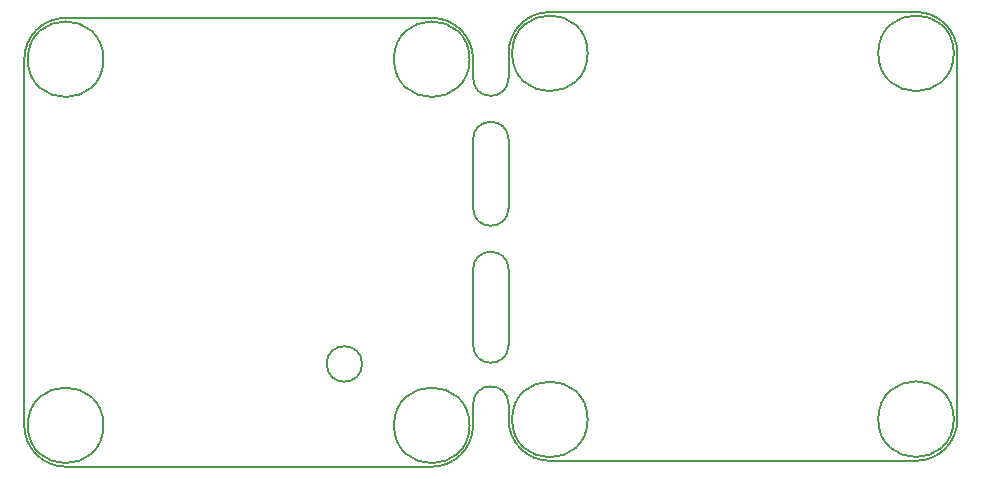
<source format=gbr>
%TF.GenerationSoftware,KiCad,Pcbnew,(5.1.8-0-10_14)*%
%TF.CreationDate,2021-08-18T19:24:52+02:00*%
%TF.ProjectId,ethersweep,65746865-7273-4776-9565-702e6b696361,2.0.1*%
%TF.SameCoordinates,Original*%
%TF.FileFunction,Other,Comment*%
%FSLAX46Y46*%
G04 Gerber Fmt 4.6, Leading zero omitted, Abs format (unit mm)*
G04 Created by KiCad (PCBNEW (5.1.8-0-10_14)) date 2021-08-18 19:24:52*
%MOMM*%
%LPD*%
G01*
G04 APERTURE LIST*
%TA.AperFunction,Profile*%
%ADD10C,0.150000*%
%TD*%
%ADD11C,0.150000*%
G04 APERTURE END LIST*
D10*
X198000000Y-81000000D02*
G75*
G02*
X201500000Y-84500000I0J-3500000D01*
G01*
X160500000Y-115500000D02*
X160500000Y-114200000D01*
X163500000Y-86600000D02*
X163500000Y-85000000D01*
X163500000Y-86600000D02*
G75*
G02*
X160500000Y-86600000I-1500000J0D01*
G01*
X163500000Y-115500000D02*
X163500000Y-114200000D01*
X160500000Y-86600000D02*
X160500000Y-85000000D01*
X160500000Y-114200000D02*
G75*
G02*
X163500000Y-114200000I1500000J0D01*
G01*
X163500000Y-97600000D02*
G75*
G02*
X160500000Y-97600000I-1500000J0D01*
G01*
X160500000Y-91800000D02*
G75*
G02*
X163500000Y-91800000I1500000J0D01*
G01*
X163500000Y-97600000D02*
X163500000Y-91800000D01*
X160500000Y-109200000D02*
X160500000Y-102800000D01*
X160500000Y-102800000D02*
G75*
G02*
X163500000Y-102800000I1500000J0D01*
G01*
X160500000Y-97600000D02*
X160500000Y-91800000D01*
X163500000Y-109200000D02*
X163500000Y-102800000D01*
X163500000Y-109200000D02*
G75*
G02*
X160500000Y-109200000I-1500000J0D01*
G01*
X160500000Y-116000000D02*
X160500000Y-115500000D01*
X163500000Y-84500000D02*
X163500000Y-85000000D01*
X151100000Y-110800000D02*
G75*
G03*
X151100000Y-110800000I-1500000J0D01*
G01*
X126000000Y-119500000D02*
G75*
G02*
X122500000Y-116000000I0J3500000D01*
G01*
X126000000Y-119500000D02*
X157000000Y-119500000D01*
X167000000Y-81000000D02*
X198000000Y-81000000D01*
X163500000Y-84500000D02*
G75*
G02*
X167000000Y-81000000I3500000J0D01*
G01*
X201500000Y-115500000D02*
G75*
G02*
X198000000Y-119000000I-3500000J0D01*
G01*
X167000000Y-119000000D02*
G75*
G02*
X163500000Y-115500000I0J3500000D01*
G01*
X167000000Y-119000000D02*
X198000000Y-119000000D01*
X201500000Y-115500000D02*
X201500000Y-84500000D01*
X122500000Y-85000000D02*
X122500000Y-116000000D01*
X160500000Y-116000000D02*
G75*
G02*
X157000000Y-119500000I-3500000J0D01*
G01*
X157000000Y-81500000D02*
G75*
G02*
X160500000Y-85000000I0J-3500000D01*
G01*
X122500000Y-85000000D02*
G75*
G02*
X126000000Y-81500000I3500000J0D01*
G01*
X157000000Y-81500000D02*
X126000000Y-81500000D01*
D11*
X201200000Y-84500000D02*
G75*
G03*
X201200000Y-84500000I-3200000J0D01*
G01*
X170200000Y-115500000D02*
G75*
G03*
X170200000Y-115500000I-3200000J0D01*
G01*
X201200000Y-115475001D02*
G75*
G03*
X201200000Y-115475001I-3200000J0D01*
G01*
X170200000Y-84500000D02*
G75*
G03*
X170200000Y-84500000I-3200000J0D01*
G01*
X129200000Y-85000000D02*
G75*
G03*
X129200000Y-85000000I-3200000J0D01*
G01*
X160200000Y-85000000D02*
G75*
G03*
X160200000Y-85000000I-3200000J0D01*
G01*
X160200000Y-116000000D02*
G75*
G03*
X160200000Y-116000000I-3200000J0D01*
G01*
X129200000Y-116000000D02*
G75*
G03*
X129200000Y-116000000I-3200000J0D01*
G01*
M02*

</source>
